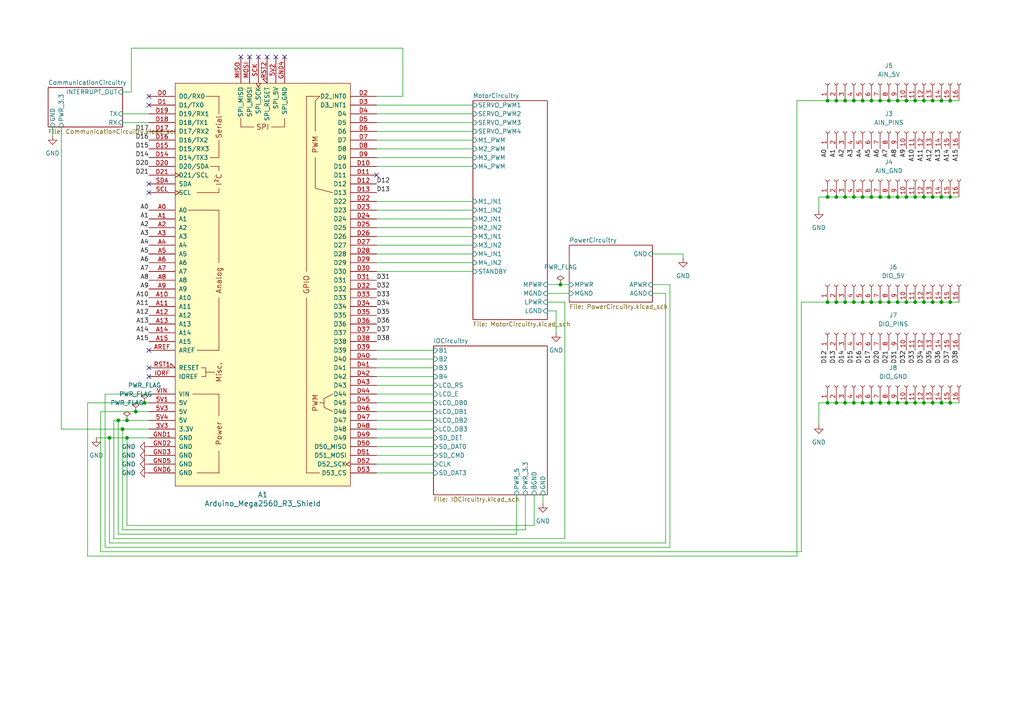
<source format=kicad_sch>
(kicad_sch (version 20230121) (generator eeschema)
  (paper "A4")
  (lib_symbols
    (symbol "Connector:Conn_01x16_Socket" (pin_names (offset 1.016) hide)
      (property "Reference" "J" (at 0 20.32 0))
      (property "Value" "Conn_01x16_Socket" (at 0 -22.86 0))
      (symbol "Conn_01x16_Socket_1_1"
        (arc (start 0 -19.812) (mid -0.5058 -20.32) (end 0 -20.828) (stroke (width 0.1524)))
        (arc (start 0 -17.272) (mid -0.5058 -17.78) (end 0 -18.288) (stroke (width 0.1524)))
        (arc (start 0 -14.732) (mid -0.5058 -15.24) (end 0 -15.748) (stroke (width 0.1524)))
        (arc (start 0 -12.192) (mid -0.5058 -12.7) (end 0 -13.208) (stroke (width 0.1524)))
        (arc (start 0 -9.652) (mid -0.5058 -10.16) (end 0 -10.668) (stroke (width 0.1524)))
        (arc (start 0 -7.112) (mid -0.5058 -7.62) (end 0 -8.128) (stroke (width 0.1524)))
        (arc (start 0 -4.572) (mid -0.5058 -5.08) (end 0 -5.588) (stroke (width 0.1524)))
        (arc (start 0 -2.032) (mid -0.5058 -2.54) (end 0 -3.048) (stroke (width 0.1524)))
        (polyline (pts (xy -1.27 -20.32) (xy -0.508 -20.32)) (stroke (width 0.1524)))
        (polyline (pts (xy -1.27 -17.78) (xy -0.508 -17.78)) (stroke (width 0.1524)))
        (polyline (pts (xy -1.27 -15.24) (xy -0.508 -15.24)) (stroke (width 0.1524)))
        (polyline (pts (xy -1.27 -12.7) (xy -0.508 -12.7)) (stroke (width 0.1524)))
        (polyline (pts (xy -1.27 -10.16) (xy -0.508 -10.16)) (stroke (width 0.1524)))
        (polyline (pts (xy -1.27 -7.62) (xy -0.508 -7.62)) (stroke (width 0.1524)))
        (polyline (pts (xy -1.27 -5.08) (xy -0.508 -5.08)) (stroke (width 0.1524)))
        (polyline (pts (xy -1.27 -2.54) (xy -0.508 -2.54)) (stroke (width 0.1524)))
        (polyline (pts (xy -1.27 0) (xy -0.508 0)) (stroke (width 0.1524)))
        (polyline (pts (xy -1.27 2.54) (xy -0.508 2.54)) (stroke (width 0.1524)))
        (polyline (pts (xy -1.27 5.08) (xy -0.508 5.08)) (stroke (width 0.1524)))
        (polyline (pts (xy -1.27 7.62) (xy -0.508 7.62)) (stroke (width 0.1524)))
        (polyline (pts (xy -1.27 10.16) (xy -0.508 10.16)) (stroke (width 0.1524)))
        (polyline (pts (xy -1.27 12.7) (xy -0.508 12.7)) (stroke (width 0.1524)))
        (polyline (pts (xy -1.27 15.24) (xy -0.508 15.24)) (stroke (width 0.1524)))
        (polyline (pts (xy -1.27 17.78) (xy -0.508 17.78)) (stroke (width 0.1524)))
        (arc (start 0 0.508) (mid -0.5058 0) (end 0 -0.508) (stroke (width 0.1524)))
        (arc (start 0 3.048) (mid -0.5058 2.54) (end 0 2.032) (stroke (width 0.1524)))
        (arc (start 0 5.588) (mid -0.5058 5.08) (end 0 4.572) (stroke (width 0.1524)))
        (arc (start 0 8.128) (mid -0.5058 7.62) (end 0 7.112) (stroke (width 0.1524)))
        (arc (start 0 10.668) (mid -0.5058 10.16) (end 0 9.652) (stroke (width 0.1524)))
        (arc (start 0 13.208) (mid -0.5058 12.7) (end 0 12.192) (stroke (width 0.1524)))
        (arc (start 0 15.748) (mid -0.5058 15.24) (end 0 14.732) (stroke (width 0.1524)))
        (arc (start 0 18.288) (mid -0.5058 17.78) (end 0 17.272) (stroke (width 0.1524)))
        (pin passive line (at -5.08 17.78 0) (length 3.81) (name "Pin_1") (number "1"))
        (pin passive line (at -5.08 -5.08 0) (length 3.81) (name "Pin_10") (number "10"))
        (pin passive line (at -5.08 -7.62 0) (length 3.81) (name "Pin_11") (number "11"))
        (pin passive line (at -5.08 -10.16 0) (length 3.81) (name "Pin_12") (number "12"))
        (pin passive line (at -5.08 -12.7 0) (length 3.81) (name "Pin_13") (number "13"))
        (pin passive line (at -5.08 -15.24 0) (length 3.81) (name "Pin_14") (number "14"))
        (pin passive line (at -5.08 -17.78 0) (length 3.81) (name "Pin_15") (number "15"))
        (pin passive line (at -5.08 -20.32 0) (length 3.81) (name "Pin_16") (number "16"))
        (pin passive line (at -5.08 15.24 0) (length 3.81) (name "Pin_2") (number "2"))
        (pin passive line (at -5.08 12.7 0) (length 3.81) (name "Pin_3") (number "3"))
        (pin passive line (at -5.08 10.16 0) (length 3.81) (name "Pin_4") (number "4"))
        (pin passive line (at -5.08 7.62 0) (length 3.81) (name "Pin_5") (number "5"))
        (pin passive line (at -5.08 5.08 0) (length 3.81) (name "Pin_6") (number "6"))
        (pin passive line (at -5.08 2.54 0) (length 3.81) (name "Pin_7") (number "7"))
        (pin passive line (at -5.08 0 0) (length 3.81) (name "Pin_8") (number "8"))
        (pin passive line (at -5.08 -2.54 0) (length 3.81) (name "Pin_9") (number "9"))
      )
    )
    (symbol "PCM_arduino-library:Arduino_Mega2560_R3_Shield" (pin_names (offset 1.016))
      (property "Reference" "A" (at 0 -62.23 0))
      (property "Value" "Arduino_Mega2560_R3_Shield" (at 0 -66.04 0))
      (symbol "Arduino_Mega2560_R3_Shield_0_0"
        (rectangle (start -25.4 -58.42) (end 25.4 58.42) (fill (type background)))
        (rectangle (start -20.32 -31.75) (end -12.7 -31.75))
        (rectangle (start -19.05 -54.61) (end -12.7 -54.61))
        (rectangle (start -19.05 -19.05) (end -12.7 -19.05))
        (rectangle (start -19.05 26.67) (end -12.7 26.67))
        (rectangle (start -17.78 -26.67) (end -16.51 -26.67))
        (rectangle (start -17.78 -24.13) (end -16.51 -24.13))
        (rectangle (start -16.51 -25.4) (end -13.97 -25.4))
        (rectangle (start -16.51 -24.13) (end -16.51 -26.67))
        (rectangle (start -16.51 54.61) (end -12.7 54.61))
        (rectangle (start -15.24 34.29) (end -12.7 34.29))
        (rectangle (start -15.24 36.83) (end -12.7 36.83))
        (rectangle (start -12.7 -54.61) (end -12.7 -48.26))
        (rectangle (start -12.7 -31.75) (end -12.7 -38.1))
        (rectangle (start -12.7 26.67) (end -12.7 27.94))
        (rectangle (start -12.7 34.29) (end -12.7 33.02))
        (rectangle (start -12.7 41.91) (end -12.7 36.83))
        (rectangle (start -12.7 49.53) (end -12.7 54.61))
        (rectangle (start -6.35 48.26) (end -6.35 45.72))
        (rectangle (start -2.54 45.72) (end -6.35 45.72))
        (polyline (pts (xy -21.59 21.59) (xy -12.7 21.59)))
        (polyline (pts (xy -12.7 -19.05) (xy -12.7 -3.81)))
        (polyline (pts (xy -12.7 6.35) (xy -12.7 21.59)))
        (polyline (pts (xy 12.7 -54.61) (xy 16.51 -54.61)))
        (polyline (pts (xy 12.7 54.61) (xy 16.51 54.61)))
        (polyline (pts (xy 17.78 -34.29) (xy 16.51 -34.29)))
        (polyline (pts (xy 15.24 36.83) (xy 15.24 27.94) (xy 20.32 26.67)))
        (polyline (pts (xy 15.24 44.45) (xy 15.24 53.34) (xy 16.51 54.61)))
        (polyline (pts (xy 20.32 -31.75) (xy 17.78 -33.02) (xy 17.78 -35.56) (xy 20.32 -36.83)))
        (rectangle (start 6.35 45.72) (end 2.54 45.72))
        (rectangle (start 6.35 48.26) (end 6.35 45.72))
        (text "Analog" (at -12.7 1.27 900) (effects (font (size 1.524 1.524))))
        (text "I²C" (at -12.7 30.48 900) (effects (font (size 1.524 1.524))))
        (text "Misc." (at -12.7 -25.4 900) (effects (font (size 1.524 1.524))))
        (text "Power" (at -12.7 -43.18 900) (effects (font (size 1.524 1.524))))
        (text "PWM" (at 15.24 -34.29 900) (effects (font (size 1.524 1.524))))
        (text "PWM" (at 15.24 40.64 900) (effects (font (size 1.524 1.524))))
        (text "Serial" (at -12.7 45.72 900) (effects (font (size 1.524 1.524))))
        (text "SPI" (at 0 45.72 0) (effects (font (size 1.524 1.524))))
      )
      (symbol "Arduino_Mega2560_R3_Shield_1_0"
        (rectangle (start 12.7 -54.61) (end 12.7 -3.81))
        (rectangle (start 12.7 54.61) (end 12.7 3.81))
        (text "GPIO" (at 12.7 0 900) (effects (font (size 1.524 1.524))))
      )
      (symbol "Arduino_Mega2560_R3_Shield_1_1"
        (pin power_out line (at -33.02 -41.91 0) (length 7.62) (name "3.3V") (number "3V3"))
        (pin power_in line (at -33.02 -34.29 0) (length 7.62) (name "5V") (number "5V1"))
        (pin power_in line (at 3.81 66.04 270) (length 7.62) (name "SPI_5V") (number "5V2"))
        (pin power_in line (at -33.02 -36.83 0) (length 7.62) (name "5V") (number "5V3"))
        (pin power_in line (at -33.02 -39.37 0) (length 7.62) (name "5V") (number "5V4"))
        (pin bidirectional line (at -33.02 21.59 0) (length 7.62) (name "A0") (number "A0"))
        (pin bidirectional line (at -33.02 19.05 0) (length 7.62) (name "A1") (number "A1"))
        (pin bidirectional line (at -33.02 -3.81 0) (length 7.62) (name "A10") (number "A10"))
        (pin bidirectional line (at -33.02 -6.35 0) (length 7.62) (name "A11") (number "A11"))
        (pin bidirectional line (at -33.02 -8.89 0) (length 7.62) (name "A12") (number "A12"))
        (pin bidirectional line (at -33.02 -11.43 0) (length 7.62) (name "A13") (number "A13"))
        (pin bidirectional line (at -33.02 -13.97 0) (length 7.62) (name "A14") (number "A14"))
        (pin bidirectional line (at -33.02 -16.51 0) (length 7.62) (name "A15") (number "A15"))
        (pin bidirectional line (at -33.02 16.51 0) (length 7.62) (name "A2") (number "A2"))
        (pin bidirectional line (at -33.02 13.97 0) (length 7.62) (name "A3") (number "A3"))
        (pin bidirectional line (at -33.02 11.43 0) (length 7.62) (name "A4") (number "A4"))
        (pin bidirectional line (at -33.02 8.89 0) (length 7.62) (name "A5") (number "A5"))
        (pin bidirectional line (at -33.02 6.35 0) (length 7.62) (name "A6") (number "A6"))
        (pin bidirectional line (at -33.02 3.81 0) (length 7.62) (name "A7") (number "A7"))
        (pin bidirectional line (at -33.02 1.27 0) (length 7.62) (name "A8") (number "A8"))
        (pin bidirectional line (at -33.02 -1.27 0) (length 7.62) (name "A9") (number "A9"))
        (pin input line (at -33.02 -19.05 0) (length 7.62) (name "AREF") (number "AREF"))
        (pin bidirectional line (at -33.02 54.61 0) (length 7.62) (name "D0/RX0") (number "D0"))
        (pin bidirectional line (at -33.02 52.07 0) (length 7.62) (name "D1/TX0") (number "D1"))
        (pin bidirectional line (at 33.02 34.29 180) (length 7.62) (name "D10") (number "D10"))
        (pin bidirectional line (at 33.02 31.75 180) (length 7.62) (name "D11") (number "D11"))
        (pin bidirectional line (at 33.02 29.21 180) (length 7.62) (name "D12") (number "D12"))
        (pin bidirectional line (at 33.02 26.67 180) (length 7.62) (name "D13") (number "D13"))
        (pin bidirectional line (at -33.02 36.83 0) (length 7.62) (name "D14/TX3") (number "D14"))
        (pin bidirectional line (at -33.02 39.37 0) (length 7.62) (name "D15/RX3") (number "D15"))
        (pin bidirectional line (at -33.02 41.91 0) (length 7.62) (name "D16/TX2") (number "D16"))
        (pin bidirectional line (at -33.02 44.45 0) (length 7.62) (name "D17/RX2") (number "D17"))
        (pin bidirectional line (at -33.02 46.99 0) (length 7.62) (name "D18/TX1") (number "D18"))
        (pin bidirectional line (at -33.02 49.53 0) (length 7.62) (name "D19/RX1") (number "D19"))
        (pin bidirectional line (at 33.02 54.61 180) (length 7.62) (name "D2_INT0") (number "D2"))
        (pin bidirectional line (at -33.02 34.29 0) (length 7.62) (name "D20/SDA") (number "D20"))
        (pin bidirectional clock (at -33.02 31.75 0) (length 7.62) (name "D21/SCL") (number "D21"))
        (pin bidirectional line (at 33.02 24.13 180) (length 7.62) (name "D22") (number "D22"))
        (pin bidirectional line (at 33.02 21.59 180) (length 7.62) (name "D23") (number "D23"))
        (pin bidirectional line (at 33.02 19.05 180) (length 7.62) (name "D24") (number "D24"))
        (pin bidirectional line (at 33.02 16.51 180) (length 7.62) (name "D25") (number "D25"))
        (pin bidirectional line (at 33.02 13.97 180) (length 7.62) (name "D26") (number "D26"))
        (pin bidirectional line (at 33.02 11.43 180) (length 7.62) (name "D27") (number "D27"))
        (pin bidirectional line (at 33.02 8.89 180) (length 7.62) (name "D28") (number "D28"))
        (pin bidirectional line (at 33.02 6.35 180) (length 7.62) (name "D29") (number "D29"))
        (pin bidirectional line (at 33.02 52.07 180) (length 7.62) (name "D3_INT1") (number "D3"))
        (pin bidirectional line (at 33.02 3.81 180) (length 7.62) (name "D30") (number "D30"))
        (pin bidirectional line (at 33.02 1.27 180) (length 7.62) (name "D31") (number "D31"))
        (pin bidirectional line (at 33.02 -1.27 180) (length 7.62) (name "D32") (number "D32"))
        (pin bidirectional line (at 33.02 -3.81 180) (length 7.62) (name "D33") (number "D33"))
        (pin bidirectional line (at 33.02 -6.35 180) (length 7.62) (name "D34") (number "D34"))
        (pin bidirectional line (at 33.02 -8.89 180) (length 7.62) (name "D35") (number "D35"))
        (pin bidirectional line (at 33.02 -11.43 180) (length 7.62) (name "D36") (number "D36"))
        (pin bidirectional line (at 33.02 -13.97 180) (length 7.62) (name "D37") (number "D37"))
        (pin bidirectional line (at 33.02 -16.51 180) (length 7.62) (name "D38") (number "D38"))
        (pin bidirectional line (at 33.02 -19.05 180) (length 7.62) (name "D39") (number "D39"))
        (pin bidirectional line (at 33.02 49.53 180) (length 7.62) (name "D4") (number "D4"))
        (pin bidirectional line (at 33.02 -21.59 180) (length 7.62) (name "D40") (number "D40"))
        (pin bidirectional line (at 33.02 -24.13 180) (length 7.62) (name "D41") (number "D41"))
        (pin bidirectional line (at 33.02 -26.67 180) (length 7.62) (name "D42") (number "D42"))
        (pin bidirectional line (at 33.02 -29.21 180) (length 7.62) (name "D43") (number "D43"))
        (pin bidirectional line (at 33.02 -31.75 180) (length 7.62) (name "D44") (number "D44"))
        (pin bidirectional line (at 33.02 -34.29 180) (length 7.62) (name "D45") (number "D45"))
        (pin bidirectional line (at 33.02 -36.83 180) (length 7.62) (name "D46") (number "D46"))
        (pin bidirectional line (at 33.02 -39.37 180) (length 7.62) (name "D47") (number "D47"))
        (pin bidirectional line (at 33.02 -41.91 180) (length 7.62) (name "D48") (number "D48"))
        (pin bidirectional line (at 33.02 -44.45 180) (length 7.62) (name "D49") (number "D49"))
        (pin bidirectional line (at 33.02 46.99 180) (length 7.62) (name "D5") (number "D5"))
        (pin bidirectional line (at 33.02 -46.99 180) (length 7.62) (name "D50_MISO") (number "D50"))
        (pin bidirectional line (at 33.02 -49.53 180) (length 7.62) (name "D51_MOSI") (number "D51"))
        (pin bidirectional clock (at 33.02 -52.07 180) (length 7.62) (name "D52_SCK") (number "D52"))
        (pin bidirectional line (at 33.02 -54.61 180) (length 7.62) (name "D53_CS") (number "D53"))
        (pin bidirectional line (at 33.02 44.45 180) (length 7.62) (name "D6") (number "D6"))
        (pin bidirectional line (at 33.02 41.91 180) (length 7.62) (name "D7") (number "D7"))
        (pin bidirectional line (at 33.02 39.37 180) (length 7.62) (name "D8") (number "D8"))
        (pin bidirectional line (at 33.02 36.83 180) (length 7.62) (name "D9") (number "D9"))
        (pin power_in line (at -33.02 -44.45 0) (length 7.62) (name "GND") (number "GND1"))
        (pin power_in line (at -33.02 -46.99 0) (length 7.62) (name "GND") (number "GND2"))
        (pin power_in line (at -33.02 -49.53 0) (length 7.62) (name "GND") (number "GND3"))
        (pin power_in line (at 6.35 66.04 270) (length 7.62) (name "SPI_GND") (number "GND4"))
        (pin power_in line (at -33.02 -52.07 0) (length 7.62) (name "GND") (number "GND5"))
        (pin power_in line (at -33.02 -54.61 0) (length 7.62) (name "GND") (number "GND6"))
        (pin output line (at -33.02 -26.67 0) (length 7.62) (name "IOREF") (number "IORF"))
        (pin input line (at -6.35 66.04 270) (length 7.62) (name "SPI_MISO") (number "MISO"))
        (pin output line (at -3.81 66.04 270) (length 7.62) (name "SPI_MOSI") (number "MOSI"))
        (pin open_collector input_low (at -33.02 -24.13 0) (length 7.62) (name "RESET") (number "RST1"))
        (pin open_collector input_low (at 1.27 66.04 270) (length 7.62) (name "SPI_RESET") (number "RST2"))
        (pin output clock (at -1.27 66.04 270) (length 7.62) (name "SPI_SCK") (number "SCK"))
        (pin bidirectional clock (at -33.02 26.67 0) (length 7.62) (name "SCL") (number "SCL"))
        (pin bidirectional line (at -33.02 29.21 0) (length 7.62) (name "SDA") (number "SDA"))
        (pin power_in line (at -33.02 -31.75 0) (length 7.62) (name "VIN") (number "VIN"))
      )
    )
    (symbol "power:GND" (power) (pin_names (offset 0))
      (property "Value" "GND" (at 0 -3.81 0))
      (symbol "GND_0_1"
        (polyline (pts (xy 0 0) (xy 0 -1.27) (xy 1.27 -1.27) (xy 0 -2.54) (xy -1.27 -1.27) (xy 0 -1.27)))
      )
      (symbol "GND_1_1"
        (pin power_in line (at 0 0 270) (length 0) hide (name "GND") (number "1"))
      )
    )
    (symbol "power:PWR_FLAG" (power) (pin_numbers hide) (pin_names (offset 0) hide)
      (property "Value" "PWR_FLAG" (at 0 3.81 0))
      (symbol "PWR_FLAG_0_0"
        (pin power_out line (at 0 0 90) (length 0) (name "pwr") (number "1"))
      )
      (symbol "PWR_FLAG_0_1"
        (polyline (pts (xy 0 0) (xy 0 1.27) (xy -1.016 1.905) (xy 0 2.54) (xy 1.016 1.905) (xy 0 1.27)))
      )
    )
  )
  (junction (at 240.03 116.84))
  (junction (at 240.03 57.15))
  (junction (at 267.97 29.21))
  (junction (at 35.56 124.46))
  (junction (at 273.05 57.15))
  (junction (at 273.05 116.84))
  (junction (at 255.27 87.63))
  (junction (at 270.51 29.21))
  (junction (at 257.81 29.21))
  (junction (at 275.59 57.15))
  (junction (at 273.05 29.21))
  (junction (at 260.35 29.21))
  (junction (at 240.03 87.63))
  (junction (at 267.97 116.84))
  (junction (at 257.81 87.63))
  (junction (at 265.43 116.84))
  (junction (at 270.51 57.15))
  (junction (at 262.89 116.84))
  (junction (at 242.57 29.21))
  (junction (at 252.73 29.21))
  (junction (at 265.43 87.63))
  (junction (at 245.11 87.63))
  (junction (at 242.57 116.84))
  (junction (at 247.65 87.63))
  (junction (at 260.35 57.15))
  (junction (at 245.11 29.21))
  (junction (at 267.97 87.63))
  (junction (at 34.29 121.92))
  (junction (at 252.73 87.63))
  (junction (at 36.83 127))
  (junction (at 162.56 82.55))
  (junction (at 242.57 87.63))
  (junction (at 250.19 87.63))
  (junction (at 31.75 127))
  (junction (at 247.65 116.84))
  (junction (at 267.97 57.15))
  (junction (at 250.19 29.21))
  (junction (at 257.81 116.84))
  (junction (at 273.05 87.63))
  (junction (at 247.65 57.15))
  (junction (at 252.73 57.15))
  (junction (at 240.03 29.21))
  (junction (at 275.59 29.21))
  (junction (at 255.27 57.15))
  (junction (at 260.35 116.84))
  (junction (at 245.11 116.84))
  (junction (at 252.73 116.84))
  (junction (at 255.27 29.21))
  (junction (at 262.89 57.15))
  (junction (at 262.89 29.21))
  (junction (at 245.11 57.15))
  (junction (at 41.91 116.84))
  (junction (at 270.51 87.63))
  (junction (at 260.35 87.63))
  (junction (at 257.81 57.15))
  (junction (at 242.57 57.15))
  (junction (at 275.59 87.63))
  (junction (at 250.19 116.84))
  (junction (at 262.89 87.63))
  (junction (at 36.83 121.92))
  (junction (at 270.51 116.84))
  (junction (at 265.43 29.21))
  (junction (at 265.43 57.15))
  (junction (at 275.59 116.84))
  (junction (at 250.19 57.15))
  (junction (at 255.27 116.84))
  (junction (at 39.37 119.38))
  (junction (at 247.65 29.21))
  (no_connect (at 43.18 106.68))
  (no_connect (at 43.18 55.88))
  (no_connect (at 109.22 50.8))
  (no_connect (at 43.18 27.94))
  (no_connect (at 80.01 16.51))
  (no_connect (at 43.18 101.6))
  (no_connect (at 72.39 16.51))
  (no_connect (at 43.18 53.34))
  (no_connect (at 69.85 16.51))
  (no_connect (at 82.55 16.51))
  (no_connect (at 43.18 109.22))
  (no_connect (at 77.47 16.51))
  (no_connect (at 43.18 30.48))
  (no_connect (at 74.93 16.51))
  (wire (pts (xy 260.35 57.15) (xy 262.89 57.15)))
  (wire (pts (xy 161.29 96.52) (xy 161.29 90.17)))
  (wire (pts (xy 33.02 121.92) (xy 34.29 121.92)))
  (wire (pts (xy 163.83 87.63) (xy 163.83 156.21)))
  (wire (pts (xy 31.75 157.48) (xy 193.04 157.48)))
  (wire (pts (xy 162.56 82.55) (xy 165.1 82.55)))
  (wire (pts (xy 109.22 30.48) (xy 137.16 30.48)))
  (wire (pts (xy 275.59 29.21) (xy 278.13 29.21)))
  (wire (pts (xy 260.35 87.63) (xy 262.89 87.63)))
  (wire (pts (xy 265.43 116.84) (xy 267.97 116.84)))
  (wire (pts (xy 109.22 58.42) (xy 137.16 58.42)))
  (wire (pts (xy 34.29 121.92) (xy 36.83 121.92)))
  (wire (pts (xy 109.22 114.3) (xy 125.73 114.3)))
  (wire (pts (xy 33.02 156.21) (xy 33.02 121.92)))
  (wire (pts (xy 109.22 48.26) (xy 137.16 48.26)))
  (wire (pts (xy 245.11 29.21) (xy 247.65 29.21)))
  (wire (pts (xy 267.97 29.21) (xy 270.51 29.21)))
  (wire (pts (xy 35.56 35.56) (xy 43.18 35.56)))
  (wire (pts (xy 109.22 63.5) (xy 137.16 63.5)))
  (wire (pts (xy 267.97 57.15) (xy 270.51 57.15)))
  (wire (pts (xy 257.81 116.84) (xy 260.35 116.84)))
  (wire (pts (xy 17.78 36.83) (xy 17.78 124.46)))
  (wire (pts (xy 109.22 121.92) (xy 125.73 121.92)))
  (wire (pts (xy 109.22 73.66) (xy 137.16 73.66)))
  (wire (pts (xy 109.22 68.58) (xy 137.16 68.58)))
  (wire (pts (xy 255.27 87.63) (xy 257.81 87.63)))
  (wire (pts (xy 109.22 60.96) (xy 137.16 60.96)))
  (wire (pts (xy 250.19 116.84) (xy 252.73 116.84)))
  (wire (pts (xy 265.43 29.21) (xy 267.97 29.21)))
  (wire (pts (xy 273.05 116.84) (xy 275.59 116.84)))
  (wire (pts (xy 260.35 29.21) (xy 262.89 29.21)))
  (wire (pts (xy 109.22 124.46) (xy 125.73 124.46)))
  (wire (pts (xy 245.11 116.84) (xy 247.65 116.84)))
  (wire (pts (xy 231.14 29.21) (xy 240.03 29.21)))
  (wire (pts (xy 116.84 13.97) (xy 116.84 27.94)))
  (wire (pts (xy 232.41 87.63) (xy 240.03 87.63)))
  (wire (pts (xy 270.51 116.84) (xy 273.05 116.84)))
  (wire (pts (xy 240.03 57.15) (xy 242.57 57.15)))
  (wire (pts (xy 25.4 161.29) (xy 231.14 161.29)))
  (wire (pts (xy 260.35 116.84) (xy 262.89 116.84)))
  (wire (pts (xy 35.56 33.02) (xy 43.18 33.02)))
  (wire (pts (xy 255.27 57.15) (xy 257.81 57.15)))
  (wire (pts (xy 257.81 87.63) (xy 260.35 87.63)))
  (wire (pts (xy 109.22 101.6) (xy 125.73 101.6)))
  (wire (pts (xy 194.31 82.55) (xy 194.31 158.75)))
  (wire (pts (xy 109.22 104.14) (xy 125.73 104.14)))
  (wire (pts (xy 240.03 87.63) (xy 242.57 87.63)))
  (wire (pts (xy 29.21 160.02) (xy 29.21 119.38)))
  (wire (pts (xy 39.37 119.38) (xy 43.18 119.38)))
  (wire (pts (xy 36.83 121.92) (xy 43.18 121.92)))
  (wire (pts (xy 250.19 57.15) (xy 252.73 57.15)))
  (wire (pts (xy 270.51 87.63) (xy 273.05 87.63)))
  (wire (pts (xy 109.22 109.22) (xy 125.73 109.22)))
  (wire (pts (xy 231.14 161.29) (xy 231.14 29.21)))
  (wire (pts (xy 194.31 158.75) (xy 30.48 158.75)))
  (wire (pts (xy 242.57 29.21) (xy 245.11 29.21)))
  (wire (pts (xy 109.22 119.38) (xy 125.73 119.38)))
  (wire (pts (xy 262.89 29.21) (xy 265.43 29.21)))
  (wire (pts (xy 109.22 129.54) (xy 125.73 129.54)))
  (wire (pts (xy 267.97 87.63) (xy 270.51 87.63)))
  (wire (pts (xy 36.83 152.4) (xy 36.83 127)))
  (wire (pts (xy 109.22 45.72) (xy 137.16 45.72)))
  (wire (pts (xy 29.21 119.38) (xy 39.37 119.38)))
  (wire (pts (xy 109.22 35.56) (xy 137.16 35.56)))
  (wire (pts (xy 43.18 116.84) (xy 41.91 116.84)))
  (wire (pts (xy 109.22 66.04) (xy 137.16 66.04)))
  (wire (pts (xy 247.65 57.15) (xy 250.19 57.15)))
  (wire (pts (xy 198.12 73.66) (xy 198.12 74.93)))
  (wire (pts (xy 158.75 85.09) (xy 165.1 85.09)))
  (wire (pts (xy 109.22 127) (xy 125.73 127)))
  (wire (pts (xy 36.83 127) (xy 43.18 127)))
  (wire (pts (xy 163.83 156.21) (xy 33.02 156.21)))
  (wire (pts (xy 262.89 116.84) (xy 265.43 116.84)))
  (wire (pts (xy 247.65 87.63) (xy 250.19 87.63)))
  (wire (pts (xy 270.51 29.21) (xy 273.05 29.21)))
  (wire (pts (xy 152.4 143.51) (xy 152.4 153.67)))
  (wire (pts (xy 154.94 143.51) (xy 154.94 152.4)))
  (wire (pts (xy 267.97 116.84) (xy 270.51 116.84)))
  (wire (pts (xy 109.22 78.74) (xy 137.16 78.74)))
  (wire (pts (xy 255.27 116.84) (xy 257.81 116.84)))
  (wire (pts (xy 152.4 153.67) (xy 35.56 153.67)))
  (wire (pts (xy 240.03 29.21) (xy 242.57 29.21)))
  (wire (pts (xy 193.04 85.09) (xy 193.04 157.48)))
  (wire (pts (xy 31.75 127) (xy 36.83 127)))
  (wire (pts (xy 31.75 157.48) (xy 31.75 127)))
  (wire (pts (xy 257.81 57.15) (xy 260.35 57.15)))
  (wire (pts (xy 35.56 124.46) (xy 43.18 124.46)))
  (wire (pts (xy 237.49 57.15) (xy 237.49 60.96)))
  (wire (pts (xy 30.48 158.75) (xy 30.48 114.3)))
  (wire (pts (xy 273.05 57.15) (xy 275.59 57.15)))
  (wire (pts (xy 109.22 33.02) (xy 137.16 33.02)))
  (wire (pts (xy 250.19 87.63) (xy 252.73 87.63)))
  (wire (pts (xy 34.29 154.94) (xy 34.29 121.92)))
  (wire (pts (xy 262.89 57.15) (xy 265.43 57.15)))
  (wire (pts (xy 262.89 87.63) (xy 265.43 87.63)))
  (wire (pts (xy 158.75 87.63) (xy 163.83 87.63)))
  (wire (pts (xy 109.22 106.68) (xy 125.73 106.68)))
  (wire (pts (xy 270.51 57.15) (xy 273.05 57.15)))
  (wire (pts (xy 109.22 27.94) (xy 116.84 27.94)))
  (wire (pts (xy 158.75 82.55) (xy 162.56 82.55)))
  (wire (pts (xy 250.19 29.21) (xy 252.73 29.21)))
  (wire (pts (xy 265.43 87.63) (xy 267.97 87.63)))
  (wire (pts (xy 109.22 132.08) (xy 125.73 132.08)))
  (wire (pts (xy 154.94 152.4) (xy 36.83 152.4)))
  (wire (pts (xy 237.49 116.84) (xy 237.49 123.19)))
  (wire (pts (xy 275.59 116.84) (xy 278.13 116.84)))
  (wire (pts (xy 38.1 13.97) (xy 116.84 13.97)))
  (wire (pts (xy 273.05 29.21) (xy 275.59 29.21)))
  (wire (pts (xy 109.22 38.1) (xy 137.16 38.1)))
  (wire (pts (xy 109.22 76.2) (xy 137.16 76.2)))
  (wire (pts (xy 109.22 111.76) (xy 125.73 111.76)))
  (wire (pts (xy 109.22 43.18) (xy 137.16 43.18)))
  (wire (pts (xy 25.4 116.84) (xy 25.4 161.29)))
  (wire (pts (xy 38.1 26.67) (xy 38.1 13.97)))
  (wire (pts (xy 252.73 29.21) (xy 255.27 29.21)))
  (wire (pts (xy 247.65 116.84) (xy 250.19 116.84)))
  (wire (pts (xy 158.75 90.17) (xy 161.29 90.17)))
  (wire (pts (xy 252.73 87.63) (xy 255.27 87.63)))
  (wire (pts (xy 275.59 87.63) (xy 278.13 87.63)))
  (wire (pts (xy 242.57 116.84) (xy 245.11 116.84)))
  (wire (pts (xy 30.48 114.3) (xy 43.18 114.3)))
  (wire (pts (xy 242.57 87.63) (xy 245.11 87.63)))
  (wire (pts (xy 242.57 57.15) (xy 245.11 57.15)))
  (wire (pts (xy 245.11 57.15) (xy 247.65 57.15)))
  (wire (pts (xy 157.48 143.51) (xy 157.48 146.05)))
  (wire (pts (xy 255.27 29.21) (xy 257.81 29.21)))
  (wire (pts (xy 273.05 87.63) (xy 275.59 87.63)))
  (wire (pts (xy 275.59 57.15) (xy 278.13 57.15)))
  (wire (pts (xy 237.49 116.84) (xy 240.03 116.84)))
  (wire (pts (xy 27.94 127) (xy 31.75 127)))
  (wire (pts (xy 109.22 116.84) (xy 125.73 116.84)))
  (wire (pts (xy 247.65 29.21) (xy 250.19 29.21)))
  (wire (pts (xy 149.86 154.94) (xy 34.29 154.94)))
  (wire (pts (xy 15.24 36.83) (xy 15.24 39.37)))
  (wire (pts (xy 35.56 153.67) (xy 35.56 124.46)))
  (wire (pts (xy 237.49 57.15) (xy 240.03 57.15)))
  (wire (pts (xy 41.91 116.84) (xy 25.4 116.84)))
  (wire (pts (xy 109.22 71.12) (xy 137.16 71.12)))
  (wire (pts (xy 257.81 29.21) (xy 260.35 29.21)))
  (wire (pts (xy 240.03 116.84) (xy 242.57 116.84)))
  (wire (pts (xy 109.22 40.64) (xy 137.16 40.64)))
  (wire (pts (xy 149.86 143.51) (xy 149.86 154.94)))
  (wire (pts (xy 109.22 134.62) (xy 125.73 134.62)))
  (wire (pts (xy 35.56 26.67) (xy 38.1 26.67)))
  (wire (pts (xy 252.73 116.84) (xy 255.27 116.84)))
  (wire (pts (xy 109.22 137.16) (xy 125.73 137.16)))
  (wire (pts (xy 189.23 85.09) (xy 193.04 85.09)))
  (wire (pts (xy 189.23 82.55) (xy 194.31 82.55)))
  (wire (pts (xy 252.73 57.15) (xy 255.27 57.15)))
  (wire (pts (xy 17.78 124.46) (xy 35.56 124.46)))
  (wire (pts (xy 232.41 160.02) (xy 29.21 160.02)))
  (wire (pts (xy 265.43 57.15) (xy 267.97 57.15)))
  (wire (pts (xy 189.23 73.66) (xy 198.12 73.66)))
  (wire (pts (xy 232.41 87.63) (xy 232.41 160.02)))
  (wire (pts (xy 245.11 87.63) (xy 247.65 87.63)))
  (label "A10" (at 43.18 86.36 180))
  (label "D37" (at 109.22 96.52 0))
  (label "A14" (at 43.18 96.52 180))
  (label "A15" (at 43.18 99.06 180))
  (label "D15" (at 247.65 101.6 270))
  (label "A5" (at 43.18 73.66 180))
  (label "D36" (at 109.22 93.98 0))
  (label "D20" (at 43.18 48.26 180))
  (label "A13" (at 43.18 93.98 180))
  (label "A11" (at 43.18 88.9 180))
  (label "D36" (at 273.05 101.6 270))
  (label "A10" (at 265.43 43.18 270))
  (label "A3" (at 247.65 43.18 270))
  (label "D12" (at 109.22 53.34 0))
  (label "D17" (at 43.18 38.1 180))
  (label "A14" (at 275.59 43.18 270))
  (label "D17" (at 252.73 101.6 270))
  (label "D37" (at 275.59 101.6 270))
  (label "A11" (at 267.97 43.18 270))
  (label "A7" (at 257.81 43.18 270))
  (label "A1" (at 242.57 43.18 270))
  (label "A15" (at 278.13 43.18 270))
  (label "D34" (at 267.97 101.6 270))
  (label "D16" (at 250.19 101.6 270))
  (label "A9" (at 43.18 83.82 180))
  (label "D35" (at 109.22 91.44 0))
  (label "A6" (at 43.18 76.2 180))
  (label "D31" (at 109.22 81.28 0))
  (label "D33" (at 109.22 86.36 0))
  (label "D21" (at 257.81 101.6 270))
  (label "D33" (at 265.43 101.6 270))
  (label "D15" (at 43.18 43.18 180))
  (label "A5" (at 252.73 43.18 270))
  (label "A8" (at 43.18 81.28 180))
  (label "D13" (at 242.57 101.6 270))
  (label "A12" (at 43.18 91.44 180))
  (label "D12" (at 240.03 101.6 270))
  (label "A1" (at 43.18 63.5 180))
  (label "A8" (at 260.35 43.18 270))
  (label "A12" (at 270.51 43.18 270))
  (label "A4" (at 43.18 71.12 180))
  (label "D38" (at 109.22 99.06 0))
  (label "A9" (at 262.89 43.18 270))
  (label "A2" (at 245.11 43.18 270))
  (label "D13" (at 109.22 55.88 0))
  (label "D14" (at 245.11 101.6 270))
  (label "D14" (at 43.18 45.72 180))
  (label "A0" (at 240.03 43.18 270))
  (label "D20" (at 255.27 101.6 270))
  (label "D21" (at 43.18 50.8 180))
  (label "A13" (at 273.05 43.18 270))
  (label "D38" (at 278.13 101.6 270))
  (label "D32" (at 109.22 83.82 0))
  (label "A4" (at 250.19 43.18 270))
  (label "A3" (at 43.18 68.58 180))
  (label "D34" (at 109.22 88.9 0))
  (label "A0" (at 43.18 60.96 180))
  (label "D16" (at 43.18 40.64 180))
  (label "A7" (at 43.18 78.74 180))
  (label "D31" (at 260.35 101.6 270))
  (label "A6" (at 255.27 43.18 270))
  (label "A2" (at 43.18 66.04 180))
  (label "D32" (at 262.89 101.6 270))
  (label "D35" (at 270.51 101.6 270))
  (symbol (lib_id "Connector:Conn_01x16_Socket") (at 257.81 111.76 90) (unit 1)
    (property "Reference" "J8" (at 259.08 106.68 90))
    (property "Value" "DIO_GND" (at 259.08 109.22 90))
  )
  (symbol (lib_id "power:PWR_FLAG") (at 41.91 116.84 0) (unit 1)
    (property "Reference" "#FLG02" (effects hide))
    (property "Value" "PWR_FLAG" (at 41.91 111.76 0))
  )
  (symbol (lib_id "power:GND") (at 15.24 39.37 0) (unit 1)
    (property "Reference" "#PWR04" (effects hide))
    (property "Value" "GND" (at 15.24 44.45 0))
  )
  (symbol (lib_id "PCM_arduino-library:Arduino_Mega2560_R3_Shield") (at 76.2 82.55 0) (unit 1)
    (property "Reference" "A1" (at 76.2 143.51 0) (effects (font (size 1.524 1.524))))
    (property "Value" "Arduino_Mega2560_R3_Shield" (at 76.2 146.05 0) (effects (font (size 1.524 1.524))))
    (property "Footprint" "PCM_arduino-library:Arduino_Mega2560_R3_Shield" (effects hide))
    (property "Datasheet" "https://docs.arduino.cc/hardware/mega-2560" (effects hide))
  )
  (symbol (lib_id "Connector:Conn_01x16_Socket") (at 257.81 96.52 90) (unit 1)
    (property "Reference" "J7" (at 259.08 91.44 90))
    (property "Value" "DIO_PINS" (at 259.08 93.98 90))
  )
  (symbol (lib_id "Connector:Conn_01x16_Socket") (at 257.81 24.13 90) (unit 1)
    (property "Reference" "J5" (at 257.81 19.05 90))
    (property "Value" "AIN_5V" (at 257.81 21.59 90))
  )
  (symbol (lib_id "power:PWR_FLAG") (at 36.83 121.92 0) (unit 1)
    (property "Reference" "#FLG04" (effects hide))
    (property "Value" "PWR_FLAG" (at 36.83 116.84 0))
  )
  (symbol (lib_id "Connector:Conn_01x16_Socket") (at 257.81 82.55 90) (unit 1)
    (property "Reference" "J6" (at 259.08 77.47 90))
    (property "Value" "DIO_5V" (at 259.08 80.01 90))
  )
  (symbol (lib_id "Connector:Conn_01x16_Socket") (at 257.81 52.07 90) (unit 1)
    (property "Reference" "J4" (at 257.81 46.99 90))
    (property "Value" "AIN_GND" (at 257.81 49.53 90))
  )
  (symbol (lib_id "power:GND") (at 43.18 134.62 270) (unit 1)
    (property "Reference" "#PWR07" (effects hide))
    (property "Value" "GND" (at 39.37 134.62 90) (effects (justify right)))
  )
  (symbol (lib_id "power:GND") (at 237.49 123.19 0) (unit 1)
    (property "Reference" "#PWR012" (effects hide))
    (property "Value" "GND" (at 237.49 128.27 0))
  )
  (symbol (lib_id "power:GND") (at 161.29 96.52 0) (unit 1)
    (property "Reference" "#PWR05" (effects hide))
    (property "Value" "GND" (at 161.29 101.6 0))
  )
  (symbol (lib_id "Connector:Conn_01x16_Socket") (at 257.81 38.1 90) (unit 1)
    (property "Reference" "J3" (at 257.81 33.02 90))
    (property "Value" "AIN_PINS" (at 257.81 35.56 90))
  )
  (symbol (lib_id "power:GND") (at 43.18 129.54 270) (unit 1)
    (property "Reference" "#PWR02" (effects hide))
    (property "Value" "GND" (at 39.37 129.54 90) (effects (justify right)))
  )
  (symbol (lib_id "power:GND") (at 237.49 60.96 0) (unit 1)
    (property "Reference" "#PWR010" (effects hide))
    (property "Value" "GND" (at 237.49 66.04 0))
  )
  (symbol (lib_id "power:GND") (at 43.18 132.08 270) (unit 1)
    (property "Reference" "#PWR06" (effects hide))
    (property "Value" "GND" (at 39.37 132.08 90) (effects (justify right)))
  )
  (symbol (lib_id "power:GND") (at 157.48 146.05 0) (unit 1)
    (property "Reference" "#PWR03" (effects hide))
    (property "Value" "GND" (at 157.48 151.13 0))
  )
  (symbol (lib_id "power:GND") (at 43.18 137.16 270) (unit 1)
    (property "Reference" "#PWR08" (effects hide))
    (property "Value" "GND" (at 39.37 137.16 90) (effects (justify right)))
  )
  (symbol (lib_id "power:GND") (at 27.94 127 0) (unit 1)
    (property "Reference" "#PWR09" (effects hide))
    (property "Value" "GND" (at 27.94 132.08 0))
  )
  (symbol (lib_id "power:PWR_FLAG") (at 162.56 82.55 0) (unit 1)
    (property "Reference" "#FLG05" (effects hide))
    (property "Value" "PWR_FLAG" (at 162.56 77.47 0))
  )
  (symbol (lib_id "power:PWR_FLAG") (at 39.37 119.38 0) (unit 1)
    (property "Reference" "#FLG03" (effects hide))
    (property "Value" "PWR_FLAG" (at 39.37 114.3 0))
  )
  (symbol (lib_id "power:GND") (at 198.12 74.93 0) (unit 1)
    (property "Reference" "#PWR01" (effects hide))
    (property "Value" "GND" (at 198.12 80.01 0))
  )
  (sheet (at 13.97 25.4) (size 21.59 11.43) (stroke (width 0.1524))
    (property "Sheetname" "CommunicationCircuitry" (at 13.97 24.6884 0) (effects (justify left bottom)))
    (property "Sheetfile" "CommunicationCircuitry.kicad_sch" (at 13.97 37.4146 0) (effects (justify left top)))
    (pin "GND" input (at 15.24 36.83 270))
    (pin "PWR_3.3" input (at 17.78 36.83 270))
    (pin "INTERRUPT_OUT" input (at 35.56 26.67 0))
    (pin "TX" input (at 35.56 33.02 0))
    (pin "RX" input (at 35.56 35.56 0))
  )
  (sheet (at 125.73 100.33) (size 33.02 43.18) (stroke (width 0.1524))
    (property "Sheetname" "IOCircuitry" (at 125.73 99.6184 0) (effects (justify left bottom)))
    (property "Sheetfile" "IOCircuitry.kicad_sch" (at 125.73 144.0946 0) (effects (justify left top)))
    (pin "SD_DET" input (at 125.73 127 180))
    (pin "SD_CMD" input (at 125.73 132.08 180))
    (pin "PWR_3.3" input (at 152.4 143.51 270))
    (pin "SD_DAT0" input (at 125.73 129.54 180))
    (pin "GND" input (at 157.48 143.51 270))
    (pin "LCD_E" input (at 125.73 114.3 180))
    (pin "LCD_DB1" input (at 125.73 119.38 180))
    (pin "LCD_DB0" input (at 125.73 116.84 180))
    (pin "LCD_RS" input (at 125.73 111.76 180))
    (pin "LCD_DB2" input (at 125.73 121.92 180))
    (pin "LCD_DB3" input (at 125.73 124.46 180))
    (pin "CLK" input (at 125.73 134.62 180))
    (pin "SD_DAT3" input (at 125.73 137.16 180))
    (pin "PWR_5" input (at 149.86 143.51 270))
    (pin "BGND" input (at 154.94 143.51 270))
    (pin "B3" input (at 125.73 106.68 180))
    (pin "B1" input (at 125.73 101.6 180))
    (pin "B2" input (at 125.73 104.14 180))
    (pin "B4" input (at 125.73 109.22 180))
  )
  (sheet (at 137.16 29.21) (size 21.59 63.5) (stroke (width 0.1524))
    (property "Sheetname" "MotorCircuitry" (at 137.16 28.4984 0) (effects (justify left bottom)))
    (property "Sheetfile" "MotorCircuitry.kicad_sch" (at 137.16 93.2946 0) (effects (justify left top)))
    (pin "STANDBY" input (at 137.16 78.74 180))
    (pin "SERVO_PWM4" input (at 137.16 38.1 180))
    (pin "MPWR" input (at 158.75 82.55 0))
    (pin "MGND" input (at 158.75 85.09 0))
    (pin "M1_IN1" input (at 137.16 58.42 180))
    (pin "LGND" input (at 158.75 90.17 0))
    (pin "M1_IN2" input (at 137.16 60.96 180))
    (pin "LPWR" input (at 158.75 87.63 0))
    (pin "SERVO_PWM3" input (at 137.16 35.56 180))
    (pin "SERVO_PWM1" input (at 137.16 30.48 180))
    (pin "SERVO_PWM2" input (at 137.16 33.02 180))
    (pin "M4_IN2" input (at 137.16 76.2 180))
    (pin "M3_PWM" input (at 137.16 45.72 180))
    (pin "M4_IN1" input (at 137.16 73.66 180))
    (pin "M3_IN2" input (at 137.16 71.12 180))
    (pin "M3_IN1" input (at 137.16 68.58 180))
    (pin "M4_PWM" input (at 137.16 48.26 180))
    (pin "M2_IN2" input (at 137.16 66.04 180))
    (pin "M1_PWM" input (at 137.16 40.64 180))
    (pin "M2_PWM" input (at 137.16 43.18 180))
    (pin "M2_IN1" input (at 137.16 63.5 180))
  )
  (sheet (at 165.1 71.12) (size 24.13 16.51) (stroke (width 0.1524))
    (property "Sheetname" "PowerCircuitry" (at 165.1 70.4084 0) (effects (justify left bottom)))
    (property "Sheetfile" "PowerCircuitry.kicad_sch" (at 165.1 88.2146 0) (effects (justify left top)))
    (pin "GND" input (at 189.23 73.66 0))
    (pin "AGND" input (at 189.23 85.09 0))
    (pin "APWR" input (at 189.23 82.55 0))
    (pin "MGND" input (at 165.1 85.09 180))
    (pin "MPWR" input (at 165.1 82.55 180))
  )
)
</source>
